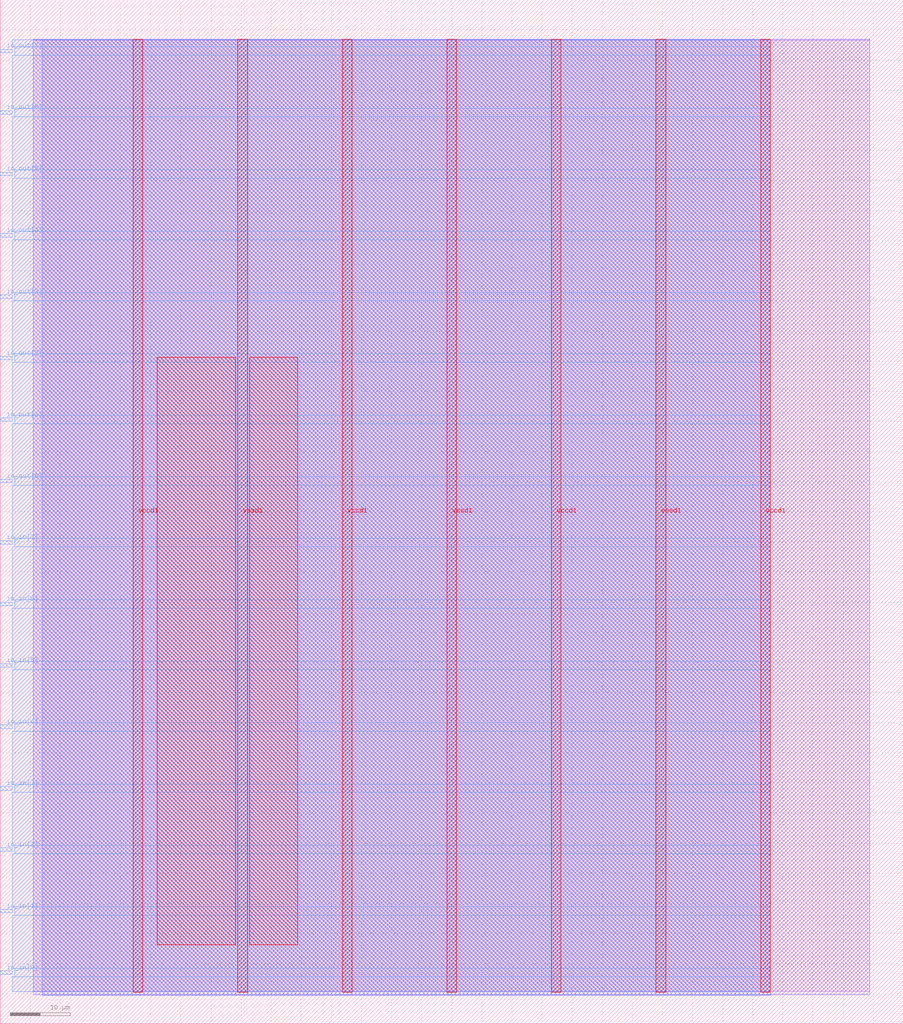
<source format=lef>
VERSION 5.7 ;
  NOWIREEXTENSIONATPIN ON ;
  DIVIDERCHAR "/" ;
  BUSBITCHARS "[]" ;
MACRO user_module_348381622440034899
  CLASS BLOCK ;
  FOREIGN user_module_348381622440034899 ;
  ORIGIN 0.000 0.000 ;
  SIZE 150.000 BY 170.000 ;
  PIN io_in[0]
    DIRECTION INPUT ;
    USE SIGNAL ;
    PORT
      LAYER met3 ;
        RECT 0.000 8.200 2.000 8.800 ;
    END
  END io_in[0]
  PIN io_in[1]
    DIRECTION INPUT ;
    USE SIGNAL ;
    PORT
      LAYER met3 ;
        RECT 0.000 18.400 2.000 19.000 ;
    END
  END io_in[1]
  PIN io_in[2]
    DIRECTION INPUT ;
    USE SIGNAL ;
    PORT
      LAYER met3 ;
        RECT 0.000 28.600 2.000 29.200 ;
    END
  END io_in[2]
  PIN io_in[3]
    DIRECTION INPUT ;
    USE SIGNAL ;
    PORT
      LAYER met3 ;
        RECT 0.000 38.800 2.000 39.400 ;
    END
  END io_in[3]
  PIN io_in[4]
    DIRECTION INPUT ;
    USE SIGNAL ;
    PORT
      LAYER met3 ;
        RECT 0.000 49.000 2.000 49.600 ;
    END
  END io_in[4]
  PIN io_in[5]
    DIRECTION INPUT ;
    USE SIGNAL ;
    PORT
      LAYER met3 ;
        RECT 0.000 59.200 2.000 59.800 ;
    END
  END io_in[5]
  PIN io_in[6]
    DIRECTION INPUT ;
    USE SIGNAL ;
    PORT
      LAYER met3 ;
        RECT 0.000 69.400 2.000 70.000 ;
    END
  END io_in[6]
  PIN io_in[7]
    DIRECTION INPUT ;
    USE SIGNAL ;
    PORT
      LAYER met3 ;
        RECT 0.000 79.600 2.000 80.200 ;
    END
  END io_in[7]
  PIN io_out[0]
    DIRECTION OUTPUT TRISTATE ;
    USE SIGNAL ;
    PORT
      LAYER met3 ;
        RECT 0.000 89.800 2.000 90.400 ;
    END
  END io_out[0]
  PIN io_out[1]
    DIRECTION OUTPUT TRISTATE ;
    USE SIGNAL ;
    PORT
      LAYER met3 ;
        RECT 0.000 100.000 2.000 100.600 ;
    END
  END io_out[1]
  PIN io_out[2]
    DIRECTION OUTPUT TRISTATE ;
    USE SIGNAL ;
    PORT
      LAYER met3 ;
        RECT 0.000 110.200 2.000 110.800 ;
    END
  END io_out[2]
  PIN io_out[3]
    DIRECTION OUTPUT TRISTATE ;
    USE SIGNAL ;
    PORT
      LAYER met3 ;
        RECT 0.000 120.400 2.000 121.000 ;
    END
  END io_out[3]
  PIN io_out[4]
    DIRECTION OUTPUT TRISTATE ;
    USE SIGNAL ;
    PORT
      LAYER met3 ;
        RECT 0.000 130.600 2.000 131.200 ;
    END
  END io_out[4]
  PIN io_out[5]
    DIRECTION OUTPUT TRISTATE ;
    USE SIGNAL ;
    PORT
      LAYER met3 ;
        RECT 0.000 140.800 2.000 141.400 ;
    END
  END io_out[5]
  PIN io_out[6]
    DIRECTION OUTPUT TRISTATE ;
    USE SIGNAL ;
    PORT
      LAYER met3 ;
        RECT 0.000 151.000 2.000 151.600 ;
    END
  END io_out[6]
  PIN io_out[7]
    DIRECTION OUTPUT TRISTATE ;
    USE SIGNAL ;
    PORT
      LAYER met3 ;
        RECT 0.000 161.200 2.000 161.800 ;
    END
  END io_out[7]
  PIN vccd1
    DIRECTION INOUT ;
    USE POWER ;
    PORT
      LAYER met4 ;
        RECT 22.090 5.200 23.690 163.440 ;
    END
    PORT
      LAYER met4 ;
        RECT 56.830 5.200 58.430 163.440 ;
    END
    PORT
      LAYER met4 ;
        RECT 91.570 5.200 93.170 163.440 ;
    END
    PORT
      LAYER met4 ;
        RECT 126.310 5.200 127.910 163.440 ;
    END
  END vccd1
  PIN vssd1
    DIRECTION INOUT ;
    USE GROUND ;
    PORT
      LAYER met4 ;
        RECT 39.460 5.200 41.060 163.440 ;
    END
    PORT
      LAYER met4 ;
        RECT 74.200 5.200 75.800 163.440 ;
    END
    PORT
      LAYER met4 ;
        RECT 108.940 5.200 110.540 163.440 ;
    END
  END vssd1
  OBS
      LAYER li1 ;
        RECT 5.520 5.355 144.440 163.285 ;
      LAYER met1 ;
        RECT 5.520 4.800 144.440 163.440 ;
      LAYER met2 ;
        RECT 6.990 4.770 127.880 163.385 ;
      LAYER met3 ;
        RECT 2.000 162.200 127.900 163.365 ;
        RECT 2.400 160.800 127.900 162.200 ;
        RECT 2.000 152.000 127.900 160.800 ;
        RECT 2.400 150.600 127.900 152.000 ;
        RECT 2.000 141.800 127.900 150.600 ;
        RECT 2.400 140.400 127.900 141.800 ;
        RECT 2.000 131.600 127.900 140.400 ;
        RECT 2.400 130.200 127.900 131.600 ;
        RECT 2.000 121.400 127.900 130.200 ;
        RECT 2.400 120.000 127.900 121.400 ;
        RECT 2.000 111.200 127.900 120.000 ;
        RECT 2.400 109.800 127.900 111.200 ;
        RECT 2.000 101.000 127.900 109.800 ;
        RECT 2.400 99.600 127.900 101.000 ;
        RECT 2.000 90.800 127.900 99.600 ;
        RECT 2.400 89.400 127.900 90.800 ;
        RECT 2.000 80.600 127.900 89.400 ;
        RECT 2.400 79.200 127.900 80.600 ;
        RECT 2.000 70.400 127.900 79.200 ;
        RECT 2.400 69.000 127.900 70.400 ;
        RECT 2.000 60.200 127.900 69.000 ;
        RECT 2.400 58.800 127.900 60.200 ;
        RECT 2.000 50.000 127.900 58.800 ;
        RECT 2.400 48.600 127.900 50.000 ;
        RECT 2.000 39.800 127.900 48.600 ;
        RECT 2.400 38.400 127.900 39.800 ;
        RECT 2.000 29.600 127.900 38.400 ;
        RECT 2.400 28.200 127.900 29.600 ;
        RECT 2.000 19.400 127.900 28.200 ;
        RECT 2.400 18.000 127.900 19.400 ;
        RECT 2.000 9.200 127.900 18.000 ;
        RECT 2.400 7.800 127.900 9.200 ;
        RECT 2.000 5.275 127.900 7.800 ;
      LAYER met4 ;
        RECT 26.055 13.095 39.060 110.665 ;
        RECT 41.460 13.095 49.385 110.665 ;
  END
END user_module_348381622440034899
END LIBRARY


</source>
